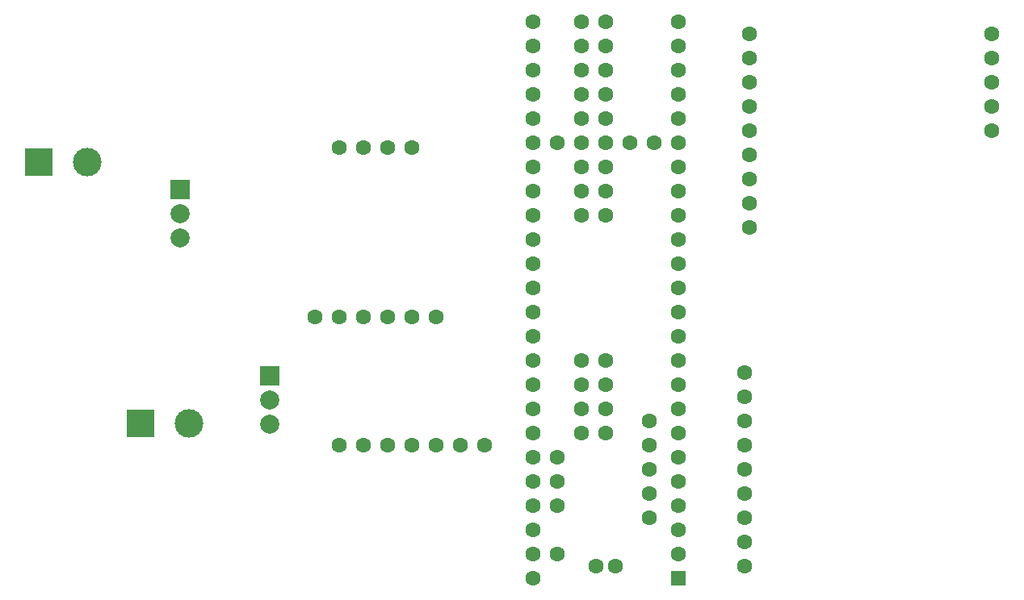
<source format=gbs>
G04 #@! TF.GenerationSoftware,KiCad,Pcbnew,(5.1.7)-1*
G04 #@! TF.CreationDate,2021-11-25T13:01:40-05:00*
G04 #@! TF.ProjectId,REV1_FALL_2021,52455631-5f46-4414-9c4c-5f323032312e,rev?*
G04 #@! TF.SameCoordinates,Original*
G04 #@! TF.FileFunction,Soldermask,Bot*
G04 #@! TF.FilePolarity,Negative*
%FSLAX46Y46*%
G04 Gerber Fmt 4.6, Leading zero omitted, Abs format (unit mm)*
G04 Created by KiCad (PCBNEW (5.1.7)-1) date 2021-11-25 13:01:40*
%MOMM*%
%LPD*%
G01*
G04 APERTURE LIST*
%ADD10C,1.600000*%
%ADD11R,1.600000X1.600000*%
%ADD12R,3.000000X3.000000*%
%ADD13C,3.000000*%
%ADD14R,2.000000X2.000000*%
%ADD15C,2.000000*%
G04 APERTURE END LIST*
D10*
X110490000Y-155829000D03*
X110490000Y-153289000D03*
X110490000Y-150749000D03*
X110490000Y-148209000D03*
X110490000Y-145669000D03*
X110490000Y-143129000D03*
X110490000Y-140589000D03*
X110490000Y-138049000D03*
X110490000Y-135509000D03*
X83185000Y-143129000D03*
X80645000Y-143129000D03*
X78105000Y-143129000D03*
X75565000Y-143129000D03*
X73025000Y-143129000D03*
X70485000Y-143129000D03*
X67945000Y-143129000D03*
X65405000Y-129667000D03*
X67945000Y-129667000D03*
X70485000Y-129667000D03*
X73025000Y-129667000D03*
X75565000Y-129667000D03*
X78105000Y-129667000D03*
X67945000Y-111887000D03*
X70485000Y-111887000D03*
X73025000Y-111887000D03*
X75565000Y-111887000D03*
X110998000Y-99949000D03*
X110998000Y-102489000D03*
X110998000Y-105029000D03*
X110998000Y-107569000D03*
X110998000Y-110109000D03*
X110998000Y-112649000D03*
X110998000Y-115189000D03*
X110998000Y-117729000D03*
X110998000Y-120269000D03*
X136398000Y-110109000D03*
X136398000Y-107569000D03*
X136398000Y-105029000D03*
X136398000Y-102489000D03*
X136398000Y-99949000D03*
X103505000Y-116459000D03*
X103505000Y-113919000D03*
X103505000Y-111379000D03*
X103505000Y-108839000D03*
X103505000Y-118999000D03*
X103505000Y-121539000D03*
X103505000Y-124079000D03*
X103505000Y-106299000D03*
X103505000Y-103759000D03*
X103505000Y-101219000D03*
X103505000Y-98679000D03*
X100965000Y-111379000D03*
X98425000Y-111379000D03*
X95885000Y-111379000D03*
X93345000Y-111379000D03*
X90805000Y-111379000D03*
X88265000Y-98679000D03*
X88265000Y-101219000D03*
X88265000Y-103759000D03*
X88265000Y-106299000D03*
X88265000Y-108839000D03*
X88265000Y-111379000D03*
X88265000Y-113919000D03*
X88265000Y-116459000D03*
X103505000Y-126619000D03*
X103505000Y-129159000D03*
X103505000Y-131699000D03*
X103505000Y-134239000D03*
X103505000Y-136779000D03*
X103505000Y-139319000D03*
X103505000Y-141859000D03*
X103505000Y-144399000D03*
X103505000Y-146939000D03*
X103505000Y-149479000D03*
X103505000Y-152019000D03*
X103505000Y-154559000D03*
D11*
X103505000Y-157099000D03*
D10*
X88265000Y-118999000D03*
X88265000Y-121539000D03*
X88265000Y-124079000D03*
X88265000Y-126619000D03*
X88265000Y-129159000D03*
X88265000Y-131699000D03*
X88265000Y-134239000D03*
X88265000Y-136779000D03*
X88265000Y-139319000D03*
X88265000Y-141859000D03*
X88265000Y-144399000D03*
X88265000Y-146939000D03*
X88265000Y-149479000D03*
X88265000Y-152019000D03*
X88265000Y-154559000D03*
X88265000Y-157099000D03*
X90805000Y-154559000D03*
X90805000Y-149479000D03*
X90805000Y-146939000D03*
X90805000Y-144399000D03*
X100505000Y-150749000D03*
X100505000Y-148209000D03*
X100505000Y-145669000D03*
X100505000Y-143129000D03*
X100505000Y-140589000D03*
X93345000Y-108839000D03*
X93345000Y-106299000D03*
X93345000Y-103759000D03*
X93345000Y-101219000D03*
X95885000Y-101219000D03*
X95885000Y-103759000D03*
X95885000Y-106299000D03*
X95885000Y-108839000D03*
X93345000Y-98679000D03*
X95885000Y-98679000D03*
X93345000Y-113919000D03*
X95885000Y-113919000D03*
X93345000Y-116459000D03*
X95885000Y-116459000D03*
X93345000Y-118999000D03*
X95885000Y-118999000D03*
X95885000Y-139319000D03*
X95885000Y-141859000D03*
X95885000Y-136779000D03*
X95885000Y-134239000D03*
X93345000Y-134239000D03*
X93345000Y-136779000D03*
X93345000Y-139319000D03*
X93345000Y-141859000D03*
X96895000Y-155829000D03*
X94875000Y-155829000D03*
D12*
X36449000Y-113411000D03*
D13*
X41529000Y-113411000D03*
D14*
X51308000Y-116332000D03*
D15*
X51308000Y-118872000D03*
X51308000Y-121412000D03*
D12*
X47117000Y-140843000D03*
D13*
X52197000Y-140843000D03*
D14*
X60706000Y-135890000D03*
D15*
X60706000Y-138430000D03*
X60706000Y-140970000D03*
M02*

</source>
